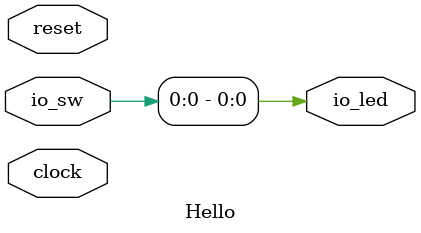
<source format=v>
module Hello(
  input        clock,
  input        reset,
  output       io_led,
  input  [2:0] io_sw
);
  assign io_led = io_sw[0]; // @[Hello.scala 20:20]
endmodule

</source>
